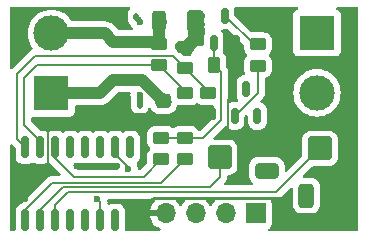
<source format=gtl>
G04 #@! TF.GenerationSoftware,KiCad,Pcbnew,7.0.11+dfsg-1build4*
G04 #@! TF.CreationDate,2025-07-05T19:07:05+02:00*
G04 #@! TF.ProjectId,25487,32353438-372e-46b6-9963-61645f706362,rev?*
G04 #@! TF.SameCoordinates,Original*
G04 #@! TF.FileFunction,Copper,L1,Top*
G04 #@! TF.FilePolarity,Positive*
%FSLAX46Y46*%
G04 Gerber Fmt 4.6, Leading zero omitted, Abs format (unit mm)*
G04 Created by KiCad (PCBNEW 7.0.11+dfsg-1build4) date 2025-07-05 19:07:05*
%MOMM*%
%LPD*%
G01*
G04 APERTURE LIST*
G04 Aperture macros list*
%AMRoundRect*
0 Rectangle with rounded corners*
0 $1 Rounding radius*
0 $2 $3 $4 $5 $6 $7 $8 $9 X,Y pos of 4 corners*
0 Add a 4 corners polygon primitive as box body*
4,1,4,$2,$3,$4,$5,$6,$7,$8,$9,$2,$3,0*
0 Add four circle primitives for the rounded corners*
1,1,$1+$1,$2,$3*
1,1,$1+$1,$4,$5*
1,1,$1+$1,$6,$7*
1,1,$1+$1,$8,$9*
0 Add four rect primitives between the rounded corners*
20,1,$1+$1,$2,$3,$4,$5,0*
20,1,$1+$1,$4,$5,$6,$7,0*
20,1,$1+$1,$6,$7,$8,$9,0*
20,1,$1+$1,$8,$9,$2,$3,0*%
G04 Aperture macros list end*
G04 #@! TA.AperFunction,SMDPad,CuDef*
%ADD10RoundRect,0.250000X-0.750000X0.400000X-0.750000X-0.400000X0.750000X-0.400000X0.750000X0.400000X0*%
G04 #@! TD*
G04 #@! TA.AperFunction,SMDPad,CuDef*
%ADD11RoundRect,0.250000X-0.750000X0.750000X-0.750000X-0.750000X0.750000X-0.750000X0.750000X0.750000X0*%
G04 #@! TD*
G04 #@! TA.AperFunction,ComponentPad*
%ADD12R,1.700000X1.700000*%
G04 #@! TD*
G04 #@! TA.AperFunction,ComponentPad*
%ADD13O,1.700000X1.700000*%
G04 #@! TD*
G04 #@! TA.AperFunction,SMDPad,CuDef*
%ADD14RoundRect,0.250000X-0.450000X0.262500X-0.450000X-0.262500X0.450000X-0.262500X0.450000X0.262500X0*%
G04 #@! TD*
G04 #@! TA.AperFunction,SMDPad,CuDef*
%ADD15RoundRect,0.150000X0.150000X-0.512500X0.150000X0.512500X-0.150000X0.512500X-0.150000X-0.512500X0*%
G04 #@! TD*
G04 #@! TA.AperFunction,SMDPad,CuDef*
%ADD16RoundRect,0.250000X0.450000X-0.262500X0.450000X0.262500X-0.450000X0.262500X-0.450000X-0.262500X0*%
G04 #@! TD*
G04 #@! TA.AperFunction,SMDPad,CuDef*
%ADD17RoundRect,0.112500X0.112500X-0.187500X0.112500X0.187500X-0.112500X0.187500X-0.112500X-0.187500X0*%
G04 #@! TD*
G04 #@! TA.AperFunction,SMDPad,CuDef*
%ADD18RoundRect,0.112500X-0.112500X0.187500X-0.112500X-0.187500X0.112500X-0.187500X0.112500X0.187500X0*%
G04 #@! TD*
G04 #@! TA.AperFunction,SMDPad,CuDef*
%ADD19RoundRect,0.250000X0.400000X0.750000X-0.400000X0.750000X-0.400000X-0.750000X0.400000X-0.750000X0*%
G04 #@! TD*
G04 #@! TA.AperFunction,SMDPad,CuDef*
%ADD20RoundRect,0.250000X0.750000X0.750000X-0.750000X0.750000X-0.750000X-0.750000X0.750000X-0.750000X0*%
G04 #@! TD*
G04 #@! TA.AperFunction,ComponentPad*
%ADD21R,3.000000X3.000000*%
G04 #@! TD*
G04 #@! TA.AperFunction,ComponentPad*
%ADD22C,3.000000*%
G04 #@! TD*
G04 #@! TA.AperFunction,SMDPad,CuDef*
%ADD23RoundRect,0.250000X-0.312500X-0.625000X0.312500X-0.625000X0.312500X0.625000X-0.312500X0.625000X0*%
G04 #@! TD*
G04 #@! TA.AperFunction,SMDPad,CuDef*
%ADD24RoundRect,0.162500X0.162500X-0.750000X0.162500X0.750000X-0.162500X0.750000X-0.162500X-0.750000X0*%
G04 #@! TD*
G04 #@! TA.AperFunction,SMDPad,CuDef*
%ADD25RoundRect,0.250000X-0.262500X-0.450000X0.262500X-0.450000X0.262500X0.450000X-0.262500X0.450000X0*%
G04 #@! TD*
G04 #@! TA.AperFunction,ViaPad*
%ADD26C,0.600000*%
G04 #@! TD*
G04 #@! TA.AperFunction,Conductor*
%ADD27C,0.200000*%
G04 #@! TD*
G04 #@! TA.AperFunction,Conductor*
%ADD28C,0.500000*%
G04 #@! TD*
G04 #@! TA.AperFunction,Conductor*
%ADD29C,0.250000*%
G04 #@! TD*
G04 #@! TA.AperFunction,Conductor*
%ADD30C,1.000000*%
G04 #@! TD*
G04 APERTURE END LIST*
D10*
X122250000Y-112100000D03*
D11*
X118250000Y-113250000D03*
D10*
X122250000Y-114400000D03*
D12*
X121300000Y-118000000D03*
D13*
X118760000Y-118000000D03*
X116220000Y-118000000D03*
X113680000Y-118000000D03*
D14*
X115300000Y-107837500D03*
X115300000Y-109662500D03*
D15*
X119550000Y-109737500D03*
X121450000Y-109737500D03*
X120500000Y-107462500D03*
D16*
X113300000Y-113412500D03*
X113300000Y-111587500D03*
D15*
X117750000Y-103537500D03*
X119650000Y-103537500D03*
X118700000Y-101262500D03*
D17*
X111500000Y-108800000D03*
X111500000Y-106700000D03*
D18*
X111200000Y-101350000D03*
X111200000Y-103450000D03*
D14*
X117300000Y-107787500D03*
X117300000Y-109612500D03*
D19*
X127900000Y-116500000D03*
D20*
X126750000Y-112500000D03*
D19*
X125600000Y-116500000D03*
D21*
X104000000Y-107830000D03*
D22*
X104000000Y-102750000D03*
D16*
X115300000Y-113412500D03*
X115300000Y-111587500D03*
D23*
X113137500Y-101700000D03*
X116062500Y-101700000D03*
D24*
X101805000Y-118587500D03*
X103075000Y-118587500D03*
X104345000Y-118587500D03*
X105615000Y-118587500D03*
X106885000Y-118587500D03*
X108155000Y-118587500D03*
X109425000Y-118587500D03*
X110695000Y-118587500D03*
X110695000Y-112412500D03*
X109425000Y-112412500D03*
X108155000Y-112412500D03*
X106885000Y-112412500D03*
X105615000Y-112412500D03*
X104345000Y-112412500D03*
X103075000Y-112412500D03*
X101805000Y-112412500D03*
D18*
X109250000Y-106700000D03*
X109250000Y-108800000D03*
D14*
X115362500Y-103887500D03*
X115362500Y-105712500D03*
D21*
X126500000Y-102710000D03*
D22*
X126500000Y-107790000D03*
D25*
X117787500Y-105400000D03*
X119612500Y-105400000D03*
D16*
X121500000Y-105512500D03*
X121500000Y-103687500D03*
D14*
X113112500Y-103637500D03*
X113112500Y-105462500D03*
D17*
X109250000Y-103450000D03*
X109250000Y-101350000D03*
D26*
X120000000Y-112600000D03*
X127750000Y-115250000D03*
X106500000Y-110100000D03*
X111750000Y-112250000D03*
X123600000Y-112500000D03*
X128750000Y-103000000D03*
X128750000Y-103750000D03*
X107200000Y-110100000D03*
X107200000Y-110800000D03*
X129500000Y-103750000D03*
X122900000Y-104575000D03*
X120250000Y-104575000D03*
X110250000Y-101750000D03*
X127750000Y-114500000D03*
X128500000Y-115250000D03*
X103700000Y-114200000D03*
X106200000Y-114000000D03*
X101750000Y-116750000D03*
X128500000Y-114500000D03*
X106500000Y-110800000D03*
X129500000Y-103000000D03*
X109600000Y-114000000D03*
X111500000Y-101750000D03*
X121450000Y-110100000D03*
X111500000Y-108000000D03*
X108100000Y-119150000D03*
X107900000Y-116800000D03*
X113800000Y-108800000D03*
X113799997Y-108200000D03*
X113200000Y-108200000D03*
X113200000Y-108800000D03*
X110695000Y-112412500D03*
X110511291Y-114203178D03*
X120487500Y-107737500D03*
X116700000Y-103500000D03*
X116700000Y-101250000D03*
X116700000Y-102000000D03*
X116700000Y-102750000D03*
X122203611Y-114660000D03*
X125500000Y-116587500D03*
X105615000Y-112412500D03*
D27*
X112100000Y-117200000D02*
X112082500Y-117200000D01*
X110200000Y-109400000D02*
X110400000Y-109600000D01*
X111750000Y-112250000D02*
X111900000Y-112400000D01*
X119275000Y-108075000D02*
X119325000Y-107750000D01*
X103890000Y-110800000D02*
X103720000Y-110970000D01*
X103720000Y-114220000D02*
X103700000Y-114200000D01*
X103720000Y-114780000D02*
X103720000Y-114220000D01*
D28*
X109600000Y-114000000D02*
X106200000Y-114000000D01*
D29*
X123600000Y-116700000D02*
X112600000Y-116700000D01*
D27*
X119325000Y-107750000D02*
X118950000Y-108400000D01*
X101750000Y-116750000D02*
X103720000Y-114780000D01*
X103720000Y-114180000D02*
X103700000Y-114200000D01*
D28*
X110250000Y-101750000D02*
X110000000Y-101750000D01*
D27*
X123700000Y-116800000D02*
X123600000Y-116700000D01*
X103720000Y-110970000D02*
X103720000Y-114180000D01*
X112600000Y-116700000D02*
X112100000Y-117200000D01*
X110400000Y-109600000D02*
X110600000Y-109600000D01*
X112082500Y-117200000D02*
X110695000Y-118587500D01*
X118950000Y-108400000D02*
X118950000Y-111125000D01*
X106500000Y-110800000D02*
X103890000Y-110800000D01*
X110600000Y-109600000D02*
X112800000Y-109600000D01*
D28*
X111500000Y-108000000D02*
X111500000Y-108800000D01*
X111500000Y-101750000D02*
X111300000Y-101550000D01*
D27*
X108155000Y-118587500D02*
X108155000Y-117055000D01*
X108155000Y-117055000D02*
X107900000Y-116800000D01*
D30*
X108550000Y-102750000D02*
X109250000Y-103450000D01*
X113112500Y-101975000D02*
X113287500Y-101800000D01*
X112925000Y-103450000D02*
X113112500Y-103637500D01*
X109250000Y-103450000D02*
X112925000Y-103450000D01*
X104000000Y-102750000D02*
X108550000Y-102750000D01*
X113112500Y-103637500D02*
X113112500Y-101975000D01*
X109250000Y-106700000D02*
X111500000Y-106700000D01*
X111700000Y-106700000D02*
X111500000Y-106700000D01*
X108120000Y-107830000D02*
X109250000Y-106700000D01*
X104000000Y-107830000D02*
X108120000Y-107830000D01*
X113200000Y-108200000D02*
X111700000Y-106700000D01*
D27*
X109425000Y-112976471D02*
X109425000Y-112412500D01*
X110511291Y-114203178D02*
X110511291Y-114062762D01*
X110511291Y-114062762D02*
X109425000Y-112976471D01*
X101805000Y-118587500D02*
X101805000Y-117675001D01*
X101805000Y-117675001D02*
X104080001Y-115400000D01*
X104080001Y-115400000D02*
X112475000Y-115400000D01*
X112475000Y-115400000D02*
X113312500Y-115400000D01*
X113312500Y-115400000D02*
X115300000Y-113412500D01*
X104345000Y-112412500D02*
X104345000Y-113324999D01*
X105920001Y-114900000D02*
X111812500Y-114900000D01*
X104345000Y-113324999D02*
X105920001Y-114900000D01*
X111812500Y-114900000D02*
X113300000Y-113412500D01*
X120500000Y-107462500D02*
X120500000Y-107725000D01*
X120500000Y-107725000D02*
X120487500Y-107737500D01*
X102767500Y-105462500D02*
X101700000Y-106530000D01*
X101700000Y-106530000D02*
X101700000Y-110500000D01*
X103075000Y-111875000D02*
X103075000Y-112412500D01*
X115300000Y-107837500D02*
X115300000Y-107650000D01*
X115300000Y-107650000D02*
X113112500Y-105462500D01*
X101700000Y-110500000D02*
X103075000Y-111875000D01*
X113112500Y-105462500D02*
X102767500Y-105462500D01*
X101100000Y-106200000D02*
X101100000Y-111707500D01*
X114300000Y-104650000D02*
X102650000Y-104650000D01*
X102650000Y-104650000D02*
X101100000Y-106200000D01*
X117300000Y-107650000D02*
X115362500Y-105712500D01*
X101100000Y-111707500D02*
X101805000Y-112412500D01*
X115362500Y-105712500D02*
X114300000Y-104650000D01*
X117300000Y-107787500D02*
X117300000Y-107650000D01*
X121500000Y-107787500D02*
X119550000Y-109737500D01*
X121500000Y-105512500D02*
X121500000Y-107787500D01*
X121500000Y-103687500D02*
X121125000Y-103687500D01*
X121125000Y-103687500D02*
X118700000Y-101262500D01*
X116862500Y-111587500D02*
X115300000Y-111587500D01*
X118375000Y-105987500D02*
X118375000Y-110075000D01*
X117787500Y-105400000D02*
X118375000Y-105987500D01*
X117750000Y-103537500D02*
X117750000Y-105362500D01*
X113350000Y-111587500D02*
X113300000Y-111637500D01*
X117750000Y-105362500D02*
X117787500Y-105400000D01*
X115300000Y-111587500D02*
X113350000Y-111587500D01*
X118375000Y-110075000D02*
X116862500Y-111587500D01*
X122203611Y-114660000D02*
X122203611Y-114446389D01*
X122203611Y-114446389D02*
X122250000Y-114400000D01*
X125600000Y-116500000D02*
X125587500Y-116500000D01*
X125587500Y-116500000D02*
X125500000Y-116587500D01*
X117400000Y-115800000D02*
X104950001Y-115800000D01*
X103075000Y-117675001D02*
X103075000Y-118587500D01*
X104950001Y-115800000D02*
X103075000Y-117675001D01*
X118250000Y-114950000D02*
X117400000Y-115800000D01*
X118250000Y-113250000D02*
X118250000Y-114950000D01*
X126750000Y-112500000D02*
X123050000Y-116200000D01*
X123050000Y-116200000D02*
X105451471Y-116200000D01*
X105451471Y-116200000D02*
X104345000Y-117306471D01*
X104345000Y-117306471D02*
X104345000Y-118587500D01*
X105600000Y-118572500D02*
X105615000Y-118587500D01*
G04 #@! TA.AperFunction,Conductor*
G36*
X116763321Y-100819685D02*
G01*
X116809076Y-100872489D01*
X116812464Y-100880668D01*
X116817107Y-100893116D01*
X116817110Y-100893124D01*
X116850591Y-100954440D01*
X116922866Y-101050987D01*
X116928592Y-101059325D01*
X116960034Y-101109364D01*
X116972082Y-101134382D01*
X116981887Y-101162404D01*
X116984809Y-101170753D01*
X116990987Y-101197821D01*
X116992707Y-101213080D01*
X116995302Y-101236114D01*
X116995302Y-101263876D01*
X116990986Y-101302176D01*
X116984809Y-101329243D01*
X116954079Y-101417068D01*
X116946184Y-101441620D01*
X116942611Y-101453787D01*
X116935990Y-101478668D01*
X116922799Y-101621949D01*
X116926362Y-101691727D01*
X116954071Y-101832910D01*
X116954072Y-101832912D01*
X116984808Y-101920753D01*
X116990986Y-101947821D01*
X116995301Y-101986115D01*
X116995301Y-102013882D01*
X116989877Y-102062026D01*
X116985548Y-102083369D01*
X116983729Y-102089507D01*
X116983722Y-102089531D01*
X116978025Y-102112842D01*
X116978023Y-102112851D01*
X116968719Y-102160906D01*
X116968718Y-102160922D01*
X116968718Y-102304794D01*
X116972644Y-102332094D01*
X116978663Y-102373955D01*
X116994977Y-102429517D01*
X117000000Y-102464449D01*
X117000000Y-102740950D01*
X116995076Y-102775545D01*
X116952402Y-102922426D01*
X116952401Y-102922432D01*
X116949500Y-102959298D01*
X116949500Y-103668571D01*
X116929815Y-103735610D01*
X116877011Y-103781365D01*
X116821708Y-103792513D01*
X116776445Y-103791127D01*
X116756386Y-103790514D01*
X116756385Y-103790514D01*
X116756377Y-103790514D01*
X116706047Y-103796185D01*
X116685096Y-103796763D01*
X116657849Y-103795207D01*
X116657835Y-103795206D01*
X116630686Y-103795155D01*
X116630534Y-103795155D01*
X116630533Y-103795155D01*
X116630531Y-103795155D01*
X116630530Y-103795155D01*
X116574868Y-103798122D01*
X116574860Y-103798124D01*
X116435497Y-103833893D01*
X116370988Y-103860715D01*
X116370981Y-103860718D01*
X116247349Y-103934294D01*
X116247348Y-103934295D01*
X116149454Y-104039720D01*
X116109676Y-104097171D01*
X116109668Y-104097184D01*
X116045443Y-104225917D01*
X116040612Y-104240495D01*
X116028448Y-104266579D01*
X116013596Y-104290659D01*
X115995738Y-104313244D01*
X115954115Y-104354867D01*
X115954098Y-104354886D01*
X115886306Y-104439009D01*
X115886302Y-104439014D01*
X115857795Y-104483371D01*
X115808674Y-104581504D01*
X115761064Y-104632641D01*
X115697790Y-104650000D01*
X115200597Y-104650000D01*
X115133558Y-104630315D01*
X115112916Y-104613681D01*
X114758199Y-104258964D01*
X114747504Y-104246769D01*
X114741557Y-104239019D01*
X114728282Y-104221718D01*
X114602841Y-104125464D01*
X114602840Y-104125463D01*
X114576546Y-104114572D01*
X114522143Y-104070730D01*
X114500079Y-104004436D01*
X114500000Y-104000011D01*
X114500000Y-103654353D01*
X114519685Y-103587314D01*
X114572489Y-103541559D01*
X114580659Y-103538173D01*
X114605192Y-103529024D01*
X114660025Y-103499083D01*
X114661125Y-103498565D01*
X114666473Y-103495562D01*
X114666515Y-103495540D01*
X114666520Y-103495538D01*
X114712693Y-103460972D01*
X114721903Y-103454703D01*
X114731216Y-103448958D01*
X114795919Y-103409049D01*
X114822002Y-103396886D01*
X114853266Y-103386526D01*
X114879698Y-103380872D01*
X114880728Y-103380767D01*
X114882000Y-103380638D01*
X114894562Y-103380000D01*
X114984983Y-103380000D01*
X114984984Y-103380000D01*
X114984985Y-103379999D01*
X114985000Y-103379999D01*
X115056591Y-103372636D01*
X115087854Y-103369421D01*
X115137267Y-103359150D01*
X115235839Y-103327856D01*
X115358298Y-103252322D01*
X115411940Y-103207552D01*
X115508153Y-103100584D01*
X115570337Y-102970835D01*
X115589850Y-102908663D01*
X115590588Y-102906593D01*
X115591262Y-102904167D01*
X115604401Y-102823422D01*
X115614371Y-102762154D01*
X115596535Y-102619384D01*
X115578095Y-102551992D01*
X115534059Y-102450643D01*
X115530088Y-102440247D01*
X115526531Y-102429513D01*
X115511527Y-102384234D01*
X115505873Y-102357806D01*
X115505639Y-102355510D01*
X115505000Y-102342937D01*
X115505000Y-101057054D01*
X115505638Y-101044491D01*
X115505872Y-101042194D01*
X115511528Y-101015759D01*
X115521885Y-100984506D01*
X115534055Y-100958410D01*
X115536181Y-100954963D01*
X115536183Y-100954960D01*
X115577227Y-100870040D01*
X115624124Y-100818247D01*
X115688871Y-100800000D01*
X116696282Y-100800000D01*
X116763321Y-100819685D01*
G37*
G04 #@! TD.AperFunction*
G04 #@! TA.AperFunction,Conductor*
G36*
X100705703Y-112162884D02*
G01*
X100712181Y-112168916D01*
X100943181Y-112399916D01*
X100976666Y-112461239D01*
X100979500Y-112487597D01*
X100979500Y-113216098D01*
X100985568Y-113282882D01*
X100985571Y-113282893D01*
X101033467Y-113436598D01*
X101116766Y-113574391D01*
X101230608Y-113688233D01*
X101230610Y-113688234D01*
X101230612Y-113688236D01*
X101368398Y-113771531D01*
X101522113Y-113819430D01*
X101588909Y-113825500D01*
X102021090Y-113825499D01*
X102021098Y-113825499D01*
X102087882Y-113819431D01*
X102087885Y-113819430D01*
X102087887Y-113819430D01*
X102241602Y-113771531D01*
X102375852Y-113690373D01*
X102443404Y-113672538D01*
X102504147Y-113690373D01*
X102638398Y-113771531D01*
X102792113Y-113819430D01*
X102858909Y-113825500D01*
X103291090Y-113825499D01*
X103291098Y-113825499D01*
X103357882Y-113819431D01*
X103357885Y-113819430D01*
X103357887Y-113819430D01*
X103511602Y-113771531D01*
X103645852Y-113690373D01*
X103713404Y-113672538D01*
X103774147Y-113690373D01*
X103908398Y-113771531D01*
X103928462Y-113777783D01*
X103979253Y-113808487D01*
X104758585Y-114587819D01*
X104792070Y-114649142D01*
X104787086Y-114718834D01*
X104745214Y-114774767D01*
X104679750Y-114799184D01*
X104670904Y-114799500D01*
X104127488Y-114799500D01*
X104111303Y-114798439D01*
X104080001Y-114794318D01*
X104040640Y-114799500D01*
X103923240Y-114814955D01*
X103923238Y-114814956D01*
X103777161Y-114875463D01*
X103651715Y-114971721D01*
X103632496Y-114996769D01*
X103621801Y-115008964D01*
X101439252Y-117191512D01*
X101388463Y-117222216D01*
X101368400Y-117228468D01*
X101230608Y-117311766D01*
X101116766Y-117425608D01*
X101033469Y-117563397D01*
X100985569Y-117717116D01*
X100979500Y-117783911D01*
X100979501Y-119375500D01*
X100959816Y-119442539D01*
X100907013Y-119488294D01*
X100855501Y-119499500D01*
X100624500Y-119499500D01*
X100557461Y-119479815D01*
X100511706Y-119427011D01*
X100500500Y-119375500D01*
X100500500Y-112256597D01*
X100520185Y-112189558D01*
X100572989Y-112143803D01*
X100642147Y-112133859D01*
X100705703Y-112162884D01*
G37*
G04 #@! TD.AperFunction*
G04 #@! TA.AperFunction,Conductor*
G36*
X112737989Y-116820185D02*
G01*
X112783744Y-116872989D01*
X112793688Y-116942147D01*
X112764663Y-117005703D01*
X112758631Y-117012181D01*
X112641891Y-117128920D01*
X112641886Y-117128926D01*
X112506400Y-117322420D01*
X112506399Y-117322422D01*
X112406570Y-117536507D01*
X112406567Y-117536513D01*
X112349364Y-117749999D01*
X112349364Y-117750000D01*
X113246314Y-117750000D01*
X113220507Y-117790156D01*
X113180000Y-117928111D01*
X113180000Y-118071889D01*
X113220507Y-118209844D01*
X113246314Y-118250000D01*
X112349364Y-118250000D01*
X112406567Y-118463486D01*
X112406570Y-118463492D01*
X112506399Y-118677578D01*
X112641894Y-118871082D01*
X112808917Y-119038105D01*
X113002421Y-119173600D01*
X113194393Y-119263118D01*
X113246832Y-119309290D01*
X113265984Y-119376484D01*
X113245768Y-119443365D01*
X113192603Y-119488700D01*
X113141988Y-119499500D01*
X110374500Y-119499500D01*
X110307461Y-119479815D01*
X110261706Y-119427011D01*
X110250500Y-119375500D01*
X110250499Y-117783901D01*
X110244431Y-117717117D01*
X110244428Y-117717106D01*
X110196532Y-117563401D01*
X110196531Y-117563400D01*
X110196531Y-117563398D01*
X110113236Y-117425612D01*
X110113234Y-117425610D01*
X110113233Y-117425608D01*
X109999391Y-117311766D01*
X109995849Y-117309625D01*
X109861602Y-117228469D01*
X109707887Y-117180570D01*
X109707885Y-117180569D01*
X109707883Y-117180569D01*
X109661117Y-117176319D01*
X109641091Y-117174500D01*
X109641088Y-117174500D01*
X109208901Y-117174500D01*
X109142117Y-117180568D01*
X109142106Y-117180571D01*
X108988400Y-117228467D01*
X108988396Y-117228469D01*
X108943649Y-117255520D01*
X108876094Y-117273356D01*
X108809621Y-117251838D01*
X108765333Y-117197797D01*
X108755500Y-117149403D01*
X108755500Y-117102487D01*
X108756561Y-117086301D01*
X108757479Y-117079327D01*
X108760682Y-117055000D01*
X108745632Y-116940684D01*
X108756397Y-116871650D01*
X108802777Y-116819394D01*
X108868571Y-116800500D01*
X112670950Y-116800500D01*
X112737989Y-116820185D01*
G37*
G04 #@! TD.AperFunction*
G04 #@! TA.AperFunction,Conductor*
G36*
X124849802Y-100520185D02*
G01*
X124895557Y-100572989D01*
X124905501Y-100642147D01*
X124876476Y-100705703D01*
X124826096Y-100740682D01*
X124757671Y-100766202D01*
X124757664Y-100766206D01*
X124642455Y-100852452D01*
X124642452Y-100852455D01*
X124556206Y-100967664D01*
X124556202Y-100967671D01*
X124505908Y-101102517D01*
X124499501Y-101162116D01*
X124499501Y-101162123D01*
X124499500Y-101162135D01*
X124499500Y-104257870D01*
X124499501Y-104257876D01*
X124505908Y-104317483D01*
X124556202Y-104452328D01*
X124556206Y-104452335D01*
X124642452Y-104567544D01*
X124642455Y-104567547D01*
X124757664Y-104653793D01*
X124757671Y-104653797D01*
X124892517Y-104704091D01*
X124892516Y-104704091D01*
X124899444Y-104704835D01*
X124952127Y-104710500D01*
X128047872Y-104710499D01*
X128107483Y-104704091D01*
X128242331Y-104653796D01*
X128357546Y-104567546D01*
X128443796Y-104452331D01*
X128494091Y-104317483D01*
X128500500Y-104257873D01*
X128500499Y-101162128D01*
X128494091Y-101102517D01*
X128493374Y-101100595D01*
X128443797Y-100967671D01*
X128443793Y-100967664D01*
X128357547Y-100852455D01*
X128357544Y-100852452D01*
X128242335Y-100766206D01*
X128242328Y-100766202D01*
X128173904Y-100740682D01*
X128117970Y-100698811D01*
X128093553Y-100633347D01*
X128108405Y-100565074D01*
X128157810Y-100515668D01*
X128217237Y-100500500D01*
X129875500Y-100500500D01*
X129942539Y-100520185D01*
X129988294Y-100572989D01*
X129999500Y-100624500D01*
X129999500Y-119375500D01*
X129979815Y-119442539D01*
X129927011Y-119488294D01*
X129875500Y-119499500D01*
X122490103Y-119499500D01*
X122423064Y-119479815D01*
X122377309Y-119427011D01*
X122367365Y-119357853D01*
X122396390Y-119294297D01*
X122415792Y-119276234D01*
X122475240Y-119231730D01*
X122507546Y-119207546D01*
X122593796Y-119092331D01*
X122644091Y-118957483D01*
X122650500Y-118897873D01*
X122650499Y-117102128D01*
X122644091Y-117042517D01*
X122632776Y-117012181D01*
X122616236Y-116967833D01*
X122611252Y-116898141D01*
X122644737Y-116836818D01*
X122706061Y-116803334D01*
X122732418Y-116800500D01*
X123002513Y-116800500D01*
X123018697Y-116801560D01*
X123050000Y-116805682D01*
X123050001Y-116805682D01*
X123102254Y-116798802D01*
X123206762Y-116785044D01*
X123352841Y-116724536D01*
X123430512Y-116664937D01*
X123478282Y-116628282D01*
X123497509Y-116603223D01*
X123508190Y-116591043D01*
X124237821Y-115861412D01*
X124299142Y-115827929D01*
X124368834Y-115832913D01*
X124424767Y-115874785D01*
X124449184Y-115940249D01*
X124449500Y-115949095D01*
X124449500Y-117300001D01*
X124449501Y-117300018D01*
X124460000Y-117402796D01*
X124460001Y-117402799D01*
X124467561Y-117425612D01*
X124515186Y-117569334D01*
X124607288Y-117718656D01*
X124731344Y-117842712D01*
X124880666Y-117934814D01*
X125047203Y-117989999D01*
X125149991Y-118000500D01*
X126050008Y-118000499D01*
X126050016Y-118000498D01*
X126050019Y-118000498D01*
X126106302Y-117994748D01*
X126152797Y-117989999D01*
X126319334Y-117934814D01*
X126468656Y-117842712D01*
X126592712Y-117718656D01*
X126684814Y-117569334D01*
X126739999Y-117402797D01*
X126750500Y-117300009D01*
X126750499Y-115699992D01*
X126739999Y-115597203D01*
X126684814Y-115430666D01*
X126592712Y-115281344D01*
X126468656Y-115157288D01*
X126319334Y-115065186D01*
X126152797Y-115010001D01*
X126152795Y-115010000D01*
X126050016Y-114999500D01*
X125399095Y-114999500D01*
X125332056Y-114979815D01*
X125286301Y-114927011D01*
X125276357Y-114857853D01*
X125305382Y-114794297D01*
X125311400Y-114787833D01*
X126062416Y-114036818D01*
X126123739Y-114003333D01*
X126150097Y-114000499D01*
X127550002Y-114000499D01*
X127550008Y-114000499D01*
X127652797Y-113989999D01*
X127819334Y-113934814D01*
X127968656Y-113842712D01*
X128092712Y-113718656D01*
X128184814Y-113569334D01*
X128239999Y-113402797D01*
X128250500Y-113300009D01*
X128250499Y-111699992D01*
X128248151Y-111677011D01*
X128239999Y-111597203D01*
X128239998Y-111597200D01*
X128184814Y-111430666D01*
X128092712Y-111281344D01*
X127968656Y-111157288D01*
X127819334Y-111065186D01*
X127652797Y-111010001D01*
X127652795Y-111010000D01*
X127550010Y-110999500D01*
X125949998Y-110999500D01*
X125949981Y-110999501D01*
X125847203Y-111010000D01*
X125847200Y-111010001D01*
X125680668Y-111065185D01*
X125680663Y-111065187D01*
X125531342Y-111157289D01*
X125407289Y-111281342D01*
X125315187Y-111430663D01*
X125315186Y-111430666D01*
X125260001Y-111597203D01*
X125260001Y-111597204D01*
X125260000Y-111597204D01*
X125249500Y-111699983D01*
X125249500Y-113099902D01*
X125229815Y-113166941D01*
X125213181Y-113187583D01*
X123962180Y-114438584D01*
X123900857Y-114472069D01*
X123831165Y-114467085D01*
X123775232Y-114425213D01*
X123750815Y-114359749D01*
X123750499Y-114350903D01*
X123750499Y-113949998D01*
X123750498Y-113949981D01*
X123739999Y-113847203D01*
X123739998Y-113847200D01*
X123727170Y-113808487D01*
X123684814Y-113680666D01*
X123592712Y-113531344D01*
X123468656Y-113407288D01*
X123319334Y-113315186D01*
X123152797Y-113260001D01*
X123152795Y-113260000D01*
X123050010Y-113249500D01*
X121449998Y-113249500D01*
X121449981Y-113249501D01*
X121347203Y-113260000D01*
X121347200Y-113260001D01*
X121180668Y-113315185D01*
X121180663Y-113315187D01*
X121031342Y-113407289D01*
X120907289Y-113531342D01*
X120815187Y-113680663D01*
X120815185Y-113680668D01*
X120800492Y-113725008D01*
X120760001Y-113847203D01*
X120760001Y-113847204D01*
X120760000Y-113847204D01*
X120749500Y-113949983D01*
X120749500Y-114850001D01*
X120749501Y-114850019D01*
X120760000Y-114952796D01*
X120760001Y-114952799D01*
X120794813Y-115057853D01*
X120815186Y-115119334D01*
X120897533Y-115252841D01*
X120907289Y-115268657D01*
X121026451Y-115387819D01*
X121059936Y-115449142D01*
X121054952Y-115518834D01*
X121013080Y-115574767D01*
X120947616Y-115599184D01*
X120938770Y-115599500D01*
X118755277Y-115599500D01*
X118688238Y-115579815D01*
X118642483Y-115527011D01*
X118632539Y-115457853D01*
X118661564Y-115394297D01*
X118673722Y-115382841D01*
X118678282Y-115378282D01*
X118774535Y-115252842D01*
X118774534Y-115252842D01*
X118774536Y-115252841D01*
X118835044Y-115106762D01*
X118841627Y-115056762D01*
X118855683Y-114950000D01*
X118852656Y-114927011D01*
X118851561Y-114918689D01*
X118850500Y-114902504D01*
X118850500Y-114874499D01*
X118870185Y-114807460D01*
X118922989Y-114761705D01*
X118974500Y-114750499D01*
X119050002Y-114750499D01*
X119050008Y-114750499D01*
X119152797Y-114739999D01*
X119319334Y-114684814D01*
X119468656Y-114592712D01*
X119592712Y-114468656D01*
X119684814Y-114319334D01*
X119739999Y-114152797D01*
X119750500Y-114050009D01*
X119750499Y-112449992D01*
X119739999Y-112347203D01*
X119684814Y-112180666D01*
X119592712Y-112031344D01*
X119468656Y-111907288D01*
X119319334Y-111815186D01*
X119152797Y-111760001D01*
X119152795Y-111760000D01*
X119050016Y-111749500D01*
X119050009Y-111749500D01*
X117849096Y-111749500D01*
X117782057Y-111729815D01*
X117736302Y-111677011D01*
X117726358Y-111607853D01*
X117755383Y-111544297D01*
X117761415Y-111537819D01*
X118164609Y-111134625D01*
X118681719Y-110617514D01*
X118743040Y-110584031D01*
X118812731Y-110589015D01*
X118868665Y-110630887D01*
X118876131Y-110642078D01*
X118881916Y-110651861D01*
X118881923Y-110651870D01*
X118998129Y-110768076D01*
X118998133Y-110768079D01*
X118998135Y-110768081D01*
X119139602Y-110851744D01*
X119155435Y-110856344D01*
X119297426Y-110897597D01*
X119297429Y-110897597D01*
X119297431Y-110897598D01*
X119334306Y-110900500D01*
X119334314Y-110900500D01*
X119765686Y-110900500D01*
X119765694Y-110900500D01*
X119802569Y-110897598D01*
X119802571Y-110897597D01*
X119802573Y-110897597D01*
X119844191Y-110885505D01*
X119960398Y-110851744D01*
X120101865Y-110768081D01*
X120218081Y-110651865D01*
X120301744Y-110510398D01*
X120347598Y-110352569D01*
X120350500Y-110315694D01*
X120350500Y-109837597D01*
X120370185Y-109770558D01*
X120386819Y-109749916D01*
X120437819Y-109698916D01*
X120499142Y-109665431D01*
X120568834Y-109670415D01*
X120624767Y-109712287D01*
X120649184Y-109777751D01*
X120649500Y-109786597D01*
X120649500Y-110048085D01*
X120648720Y-110061969D01*
X120644435Y-110099998D01*
X120644435Y-110100001D01*
X120648720Y-110138029D01*
X120649500Y-110151914D01*
X120649500Y-110315701D01*
X120652401Y-110352567D01*
X120652402Y-110352573D01*
X120698254Y-110510393D01*
X120698255Y-110510396D01*
X120781917Y-110651862D01*
X120781923Y-110651870D01*
X120898129Y-110768076D01*
X120898133Y-110768079D01*
X120898135Y-110768081D01*
X121039602Y-110851744D01*
X121055435Y-110856344D01*
X121197426Y-110897597D01*
X121197429Y-110897597D01*
X121197431Y-110897598D01*
X121234306Y-110900500D01*
X121398085Y-110900500D01*
X121411969Y-110901280D01*
X121449998Y-110905565D01*
X121450000Y-110905565D01*
X121450002Y-110905565D01*
X121488031Y-110901280D01*
X121501915Y-110900500D01*
X121665686Y-110900500D01*
X121665694Y-110900500D01*
X121702569Y-110897598D01*
X121702571Y-110897597D01*
X121702573Y-110897597D01*
X121744191Y-110885505D01*
X121860398Y-110851744D01*
X122001865Y-110768081D01*
X122118081Y-110651865D01*
X122201744Y-110510398D01*
X122247598Y-110352569D01*
X122250500Y-110315694D01*
X122250500Y-110151914D01*
X122251280Y-110138029D01*
X122255565Y-110100001D01*
X122255565Y-110099998D01*
X122251280Y-110061969D01*
X122250500Y-110048085D01*
X122250500Y-109159313D01*
X122250499Y-109159298D01*
X122247598Y-109122432D01*
X122247597Y-109122426D01*
X122206001Y-108979255D01*
X122201744Y-108964602D01*
X122118081Y-108823135D01*
X122118079Y-108823133D01*
X122118076Y-108823129D01*
X122001870Y-108706923D01*
X122001862Y-108706917D01*
X121889639Y-108640549D01*
X121860398Y-108623256D01*
X121860397Y-108623255D01*
X121860396Y-108623255D01*
X121860395Y-108623254D01*
X121792924Y-108603652D01*
X121734039Y-108566045D01*
X121704833Y-108502573D01*
X121714579Y-108433386D01*
X121739835Y-108396899D01*
X121891045Y-108245689D01*
X121903230Y-108235003D01*
X121928282Y-108215782D01*
X121963271Y-108170184D01*
X122024536Y-108090341D01*
X122085044Y-107944262D01*
X122105353Y-107790001D01*
X124494390Y-107790001D01*
X124514804Y-108075433D01*
X124575628Y-108355037D01*
X124575630Y-108355043D01*
X124575631Y-108355046D01*
X124670501Y-108609401D01*
X124675635Y-108623166D01*
X124812770Y-108874309D01*
X124812775Y-108874317D01*
X124984254Y-109103387D01*
X124984270Y-109103405D01*
X125186594Y-109305729D01*
X125186612Y-109305745D01*
X125415682Y-109477224D01*
X125415690Y-109477229D01*
X125666833Y-109614364D01*
X125666832Y-109614364D01*
X125666836Y-109614365D01*
X125666839Y-109614367D01*
X125934954Y-109714369D01*
X125934960Y-109714370D01*
X125934962Y-109714371D01*
X126214566Y-109775195D01*
X126214568Y-109775195D01*
X126214572Y-109775196D01*
X126468220Y-109793337D01*
X126499999Y-109795610D01*
X126500000Y-109795610D01*
X126500001Y-109795610D01*
X126528595Y-109793564D01*
X126785428Y-109775196D01*
X126791860Y-109773797D01*
X127065037Y-109714371D01*
X127065037Y-109714370D01*
X127065046Y-109714369D01*
X127333161Y-109614367D01*
X127584315Y-109477226D01*
X127813395Y-109305739D01*
X128015739Y-109103395D01*
X128187226Y-108874315D01*
X128324367Y-108623161D01*
X128424369Y-108355046D01*
X128485196Y-108075428D01*
X128505610Y-107790000D01*
X128485196Y-107504572D01*
X128463623Y-107405404D01*
X128424371Y-107224962D01*
X128424370Y-107224960D01*
X128424369Y-107224954D01*
X128324367Y-106956839D01*
X128284756Y-106884298D01*
X128187229Y-106705690D01*
X128187224Y-106705682D01*
X128015745Y-106476612D01*
X128015729Y-106476594D01*
X127813405Y-106274270D01*
X127813387Y-106274254D01*
X127584317Y-106102775D01*
X127584309Y-106102770D01*
X127333166Y-105965635D01*
X127333167Y-105965635D01*
X127157214Y-105900008D01*
X127065046Y-105865631D01*
X127065043Y-105865630D01*
X127065037Y-105865628D01*
X126785433Y-105804804D01*
X126500001Y-105784390D01*
X126499999Y-105784390D01*
X126214566Y-105804804D01*
X125934962Y-105865628D01*
X125666833Y-105965635D01*
X125415690Y-106102770D01*
X125415682Y-106102775D01*
X125186612Y-106274254D01*
X125186594Y-106274270D01*
X124984270Y-106476594D01*
X124984254Y-106476612D01*
X124812775Y-106705682D01*
X124812770Y-106705690D01*
X124675635Y-106956833D01*
X124575628Y-107224962D01*
X124514804Y-107504566D01*
X124494390Y-107789998D01*
X124494390Y-107790001D01*
X122105353Y-107790001D01*
X122105682Y-107787500D01*
X122101561Y-107756197D01*
X122100500Y-107740012D01*
X122100500Y-106605300D01*
X122120185Y-106538261D01*
X122172989Y-106492506D01*
X122185482Y-106487599D01*
X122269334Y-106459814D01*
X122418656Y-106367712D01*
X122542712Y-106243656D01*
X122634814Y-106094334D01*
X122689999Y-105927797D01*
X122700500Y-105825009D01*
X122700499Y-105199992D01*
X122700370Y-105198734D01*
X122689999Y-105097203D01*
X122689998Y-105097200D01*
X122651606Y-104981342D01*
X122634814Y-104930666D01*
X122542712Y-104781344D01*
X122449049Y-104687681D01*
X122415564Y-104626358D01*
X122420548Y-104556666D01*
X122449049Y-104512319D01*
X122492039Y-104469329D01*
X122542712Y-104418656D01*
X122634814Y-104269334D01*
X122689999Y-104102797D01*
X122700500Y-104000009D01*
X122700499Y-103374992D01*
X122694375Y-103315046D01*
X122689999Y-103272203D01*
X122689998Y-103272200D01*
X122651607Y-103156344D01*
X122634814Y-103105666D01*
X122542712Y-102956344D01*
X122418656Y-102832288D01*
X122308925Y-102764606D01*
X122269336Y-102740187D01*
X122269331Y-102740185D01*
X122192923Y-102714866D01*
X122102797Y-102685001D01*
X122102795Y-102685000D01*
X122000016Y-102674500D01*
X121012597Y-102674500D01*
X120945558Y-102654815D01*
X120924916Y-102638181D01*
X119536819Y-101250084D01*
X119503334Y-101188761D01*
X119500500Y-101162403D01*
X119500500Y-100684313D01*
X119500499Y-100684298D01*
X119497598Y-100647431D01*
X119497480Y-100646785D01*
X119497518Y-100646419D01*
X119497101Y-100641114D01*
X119498085Y-100641036D01*
X119504796Y-100577299D01*
X119548517Y-100522799D01*
X119614763Y-100500589D01*
X119619461Y-100500500D01*
X124782763Y-100500500D01*
X124849802Y-100520185D01*
G37*
G04 #@! TD.AperFunction*
G04 #@! TA.AperFunction,Conductor*
G36*
X115277280Y-116820185D02*
G01*
X115323035Y-116872989D01*
X115332979Y-116942147D01*
X115303954Y-117005703D01*
X115297922Y-117012181D01*
X115181508Y-117128594D01*
X115051269Y-117314595D01*
X114996692Y-117358219D01*
X114927193Y-117365412D01*
X114864839Y-117333890D01*
X114848119Y-117314594D01*
X114718113Y-117128926D01*
X114718108Y-117128920D01*
X114601369Y-117012181D01*
X114567884Y-116950858D01*
X114572868Y-116881166D01*
X114614740Y-116825233D01*
X114680204Y-116800816D01*
X114689050Y-116800500D01*
X115210241Y-116800500D01*
X115277280Y-116820185D01*
G37*
G04 #@! TD.AperFunction*
G04 #@! TA.AperFunction,Conductor*
G36*
X117817280Y-116820185D02*
G01*
X117863035Y-116872989D01*
X117872979Y-116942147D01*
X117843954Y-117005703D01*
X117837922Y-117012181D01*
X117721505Y-117128597D01*
X117591575Y-117314158D01*
X117536998Y-117357783D01*
X117467500Y-117364977D01*
X117405145Y-117333454D01*
X117388425Y-117314158D01*
X117258496Y-117128600D01*
X117209223Y-117079327D01*
X117142075Y-117012179D01*
X117108592Y-116950859D01*
X117113576Y-116881167D01*
X117155447Y-116825233D01*
X117220911Y-116800816D01*
X117229758Y-116800500D01*
X117750241Y-116800500D01*
X117817280Y-116820185D01*
G37*
G04 #@! TD.AperFunction*
G04 #@! TA.AperFunction,Conductor*
G36*
X108854147Y-113690373D02*
G01*
X108988398Y-113771531D01*
X109142113Y-113819430D01*
X109208909Y-113825500D01*
X109373430Y-113825499D01*
X109440470Y-113845183D01*
X109461112Y-113861818D01*
X109673297Y-114074004D01*
X109706782Y-114135327D01*
X109708837Y-114175564D01*
X109707281Y-114189379D01*
X109680217Y-114253794D01*
X109622623Y-114293351D01*
X109584060Y-114299500D01*
X106220098Y-114299500D01*
X106153059Y-114279815D01*
X106132417Y-114263181D01*
X105883415Y-114014179D01*
X105849930Y-113952856D01*
X105854914Y-113883164D01*
X105896786Y-113827231D01*
X105934202Y-113808113D01*
X106051602Y-113771531D01*
X106185852Y-113690373D01*
X106253404Y-113672538D01*
X106314147Y-113690373D01*
X106448398Y-113771531D01*
X106602113Y-113819430D01*
X106668909Y-113825500D01*
X107101090Y-113825499D01*
X107101098Y-113825499D01*
X107167882Y-113819431D01*
X107167885Y-113819430D01*
X107167887Y-113819430D01*
X107321602Y-113771531D01*
X107455852Y-113690373D01*
X107523404Y-113672538D01*
X107584147Y-113690373D01*
X107718398Y-113771531D01*
X107872113Y-113819430D01*
X107938909Y-113825500D01*
X108371090Y-113825499D01*
X108371098Y-113825499D01*
X108437882Y-113819431D01*
X108437885Y-113819430D01*
X108437887Y-113819430D01*
X108591602Y-113771531D01*
X108725852Y-113690373D01*
X108793404Y-113672538D01*
X108854147Y-113690373D01*
G37*
G04 #@! TD.AperFunction*
G04 #@! TA.AperFunction,Conductor*
G36*
X110656463Y-107720185D02*
G01*
X110702218Y-107772989D01*
X110712644Y-107838383D01*
X110694435Y-107999996D01*
X110694435Y-108000003D01*
X110714630Y-108179249D01*
X110714631Y-108179254D01*
X110742542Y-108259017D01*
X110749500Y-108299972D01*
X110749500Y-108843709D01*
X110764759Y-108974255D01*
X110764759Y-108974257D01*
X110764760Y-108974259D01*
X110764760Y-108974262D01*
X110767023Y-108980478D01*
X110774500Y-109022880D01*
X110774500Y-109049403D01*
X110777234Y-109084152D01*
X110777234Y-109084155D01*
X110777235Y-109084156D01*
X110820445Y-109232887D01*
X110820446Y-109232888D01*
X110899282Y-109366194D01*
X110899289Y-109366203D01*
X111008796Y-109475710D01*
X111008805Y-109475717D01*
X111011357Y-109477226D01*
X111142113Y-109554555D01*
X111290844Y-109597765D01*
X111325595Y-109600500D01*
X111674404Y-109600499D01*
X111709156Y-109597765D01*
X111857887Y-109554555D01*
X111991198Y-109475715D01*
X112100715Y-109366198D01*
X112179555Y-109232887D01*
X112218333Y-109099409D01*
X112255939Y-109040526D01*
X112319411Y-109011319D01*
X112388598Y-109021065D01*
X112441532Y-109066668D01*
X112454451Y-109093051D01*
X112474211Y-109149523D01*
X112526593Y-109232888D01*
X112570184Y-109302262D01*
X112697738Y-109429816D01*
X112850478Y-109525789D01*
X112983499Y-109572335D01*
X113020745Y-109585368D01*
X113020750Y-109585369D01*
X113199996Y-109605565D01*
X113200000Y-109605565D01*
X113200004Y-109605565D01*
X113379249Y-109585369D01*
X113379250Y-109585368D01*
X113379255Y-109585368D01*
X113459048Y-109557446D01*
X113528823Y-109553884D01*
X113540933Y-109557440D01*
X113620745Y-109585368D01*
X113620749Y-109585368D01*
X113620751Y-109585369D01*
X113620748Y-109585369D01*
X113799996Y-109605565D01*
X113800000Y-109605565D01*
X113800004Y-109605565D01*
X113979249Y-109585369D01*
X113979252Y-109585368D01*
X113979255Y-109585368D01*
X114149522Y-109525789D01*
X114302262Y-109429816D01*
X114429816Y-109302262D01*
X114525789Y-109149522D01*
X114585368Y-108979255D01*
X114588412Y-108952234D01*
X114615476Y-108887824D01*
X114673070Y-108848267D01*
X114724232Y-108842760D01*
X114799991Y-108850500D01*
X115800008Y-108850499D01*
X115800016Y-108850498D01*
X115800019Y-108850498D01*
X115866478Y-108843709D01*
X115902797Y-108839999D01*
X116069334Y-108784814D01*
X116218656Y-108692712D01*
X116242318Y-108669049D01*
X116303637Y-108635566D01*
X116373329Y-108640549D01*
X116395093Y-108651193D01*
X116530659Y-108734810D01*
X116530660Y-108734810D01*
X116530666Y-108734814D01*
X116697203Y-108789999D01*
X116799991Y-108800500D01*
X117650500Y-108800499D01*
X117717539Y-108820183D01*
X117763294Y-108872987D01*
X117774500Y-108924499D01*
X117774500Y-109774903D01*
X117754815Y-109841942D01*
X117738181Y-109862584D01*
X116650084Y-110950681D01*
X116588761Y-110984166D01*
X116562403Y-110987000D01*
X116492508Y-110987000D01*
X116425469Y-110967315D01*
X116386969Y-110928097D01*
X116342712Y-110856344D01*
X116218656Y-110732288D01*
X116088264Y-110651862D01*
X116069336Y-110640187D01*
X116069331Y-110640185D01*
X116067862Y-110639698D01*
X115902797Y-110585001D01*
X115902795Y-110585000D01*
X115800010Y-110574500D01*
X114799998Y-110574500D01*
X114799980Y-110574501D01*
X114697203Y-110585000D01*
X114697200Y-110585001D01*
X114530668Y-110640185D01*
X114530663Y-110640187D01*
X114381342Y-110732289D01*
X114376909Y-110735795D01*
X114312113Y-110761934D01*
X114243471Y-110748892D01*
X114223091Y-110735795D01*
X114218657Y-110732289D01*
X114218656Y-110732288D01*
X114088264Y-110651862D01*
X114069336Y-110640187D01*
X114069331Y-110640185D01*
X114067862Y-110639698D01*
X113902797Y-110585001D01*
X113902795Y-110585000D01*
X113800010Y-110574500D01*
X112799998Y-110574500D01*
X112799980Y-110574501D01*
X112697203Y-110585000D01*
X112697200Y-110585001D01*
X112530668Y-110640185D01*
X112530663Y-110640187D01*
X112381342Y-110732289D01*
X112257289Y-110856342D01*
X112165187Y-111005663D01*
X112165185Y-111005668D01*
X112145463Y-111065185D01*
X112110001Y-111172203D01*
X112110001Y-111172204D01*
X112110000Y-111172204D01*
X112099500Y-111274983D01*
X112099500Y-111900001D01*
X112099501Y-111900019D01*
X112110000Y-112002796D01*
X112110001Y-112002799D01*
X112165185Y-112169331D01*
X112165187Y-112169336D01*
X112257289Y-112318657D01*
X112350951Y-112412319D01*
X112384436Y-112473642D01*
X112379452Y-112543334D01*
X112350951Y-112587681D01*
X112257289Y-112681342D01*
X112165187Y-112830663D01*
X112165186Y-112830666D01*
X112110001Y-112997203D01*
X112110001Y-112997204D01*
X112110000Y-112997204D01*
X112099500Y-113099983D01*
X112099500Y-113712401D01*
X112079815Y-113779440D01*
X112063181Y-113800082D01*
X111600084Y-114263181D01*
X111538761Y-114296666D01*
X111512403Y-114299500D01*
X111438522Y-114299500D01*
X111371483Y-114279815D01*
X111325728Y-114227011D01*
X111315302Y-114189383D01*
X111296660Y-114023928D01*
X111296659Y-114023923D01*
X111284788Y-113989998D01*
X111237080Y-113853656D01*
X111237079Y-113853655D01*
X111237077Y-113853648D01*
X111234060Y-113847383D01*
X111235389Y-113846742D01*
X111218555Y-113787181D01*
X111238920Y-113720345D01*
X111266084Y-113690823D01*
X111269376Y-113688242D01*
X111269388Y-113688236D01*
X111383236Y-113574388D01*
X111466531Y-113436602D01*
X111514430Y-113282887D01*
X111520500Y-113216091D01*
X111520499Y-111608910D01*
X111520499Y-111608901D01*
X111514431Y-111542117D01*
X111514428Y-111542106D01*
X111466532Y-111388401D01*
X111466531Y-111388400D01*
X111466531Y-111388398D01*
X111383236Y-111250612D01*
X111383234Y-111250610D01*
X111383233Y-111250608D01*
X111269391Y-111136766D01*
X111265849Y-111134625D01*
X111131602Y-111053469D01*
X110977887Y-111005570D01*
X110977885Y-111005569D01*
X110977883Y-111005569D01*
X110931117Y-111001319D01*
X110911091Y-110999500D01*
X110911088Y-110999500D01*
X110478901Y-110999500D01*
X110412117Y-111005568D01*
X110412106Y-111005571D01*
X110258400Y-111053467D01*
X110124150Y-111134625D01*
X110056595Y-111152461D01*
X109995850Y-111134625D01*
X109861602Y-111053469D01*
X109861596Y-111053467D01*
X109707887Y-111005570D01*
X109707885Y-111005569D01*
X109707883Y-111005569D01*
X109661117Y-111001319D01*
X109641091Y-110999500D01*
X109641088Y-110999500D01*
X109208901Y-110999500D01*
X109142117Y-111005568D01*
X109142106Y-111005571D01*
X108988400Y-111053467D01*
X108854150Y-111134625D01*
X108786595Y-111152461D01*
X108725850Y-111134625D01*
X108591602Y-111053469D01*
X108591596Y-111053467D01*
X108437887Y-111005570D01*
X108437885Y-111005569D01*
X108437883Y-111005569D01*
X108391117Y-111001319D01*
X108371091Y-110999500D01*
X108371088Y-110999500D01*
X107938901Y-110999500D01*
X107872117Y-111005568D01*
X107872106Y-111005571D01*
X107718400Y-111053467D01*
X107584150Y-111134625D01*
X107516595Y-111152461D01*
X107455850Y-111134625D01*
X107321602Y-111053469D01*
X107321596Y-111053467D01*
X107167887Y-111005570D01*
X107167885Y-111005569D01*
X107167883Y-111005569D01*
X107121117Y-111001319D01*
X107101091Y-110999500D01*
X107101088Y-110999500D01*
X106668901Y-110999500D01*
X106602117Y-111005568D01*
X106602106Y-111005571D01*
X106448400Y-111053467D01*
X106314150Y-111134625D01*
X106246595Y-111152461D01*
X106185850Y-111134625D01*
X106051602Y-111053469D01*
X106051596Y-111053467D01*
X105897887Y-111005570D01*
X105897885Y-111005569D01*
X105897883Y-111005569D01*
X105851117Y-111001319D01*
X105831091Y-110999500D01*
X105831088Y-110999500D01*
X105398901Y-110999500D01*
X105332117Y-111005568D01*
X105332106Y-111005571D01*
X105178400Y-111053467D01*
X105044150Y-111134625D01*
X104976595Y-111152461D01*
X104915850Y-111134625D01*
X104781602Y-111053469D01*
X104781596Y-111053467D01*
X104627887Y-111005570D01*
X104627885Y-111005569D01*
X104627883Y-111005569D01*
X104581117Y-111001319D01*
X104561091Y-110999500D01*
X104561088Y-110999500D01*
X104128901Y-110999500D01*
X104062117Y-111005568D01*
X104062106Y-111005571D01*
X103908400Y-111053467D01*
X103774150Y-111134625D01*
X103706595Y-111152461D01*
X103645850Y-111134625D01*
X103511602Y-111053469D01*
X103511596Y-111053467D01*
X103357887Y-111005570D01*
X103357885Y-111005569D01*
X103357883Y-111005569D01*
X103311117Y-111001319D01*
X103291091Y-110999500D01*
X103291088Y-110999500D01*
X103100097Y-110999500D01*
X103033058Y-110979815D01*
X103012416Y-110963181D01*
X102336819Y-110287584D01*
X102303334Y-110226261D01*
X102300500Y-110199903D01*
X102300500Y-109952243D01*
X102320185Y-109885204D01*
X102372989Y-109839449D01*
X102437756Y-109828954D01*
X102452127Y-109830500D01*
X105547872Y-109830499D01*
X105607483Y-109824091D01*
X105742331Y-109773796D01*
X105857546Y-109687546D01*
X105943796Y-109572331D01*
X105994091Y-109437483D01*
X106000500Y-109377873D01*
X106000500Y-108954500D01*
X106020185Y-108887461D01*
X106072989Y-108841706D01*
X106124500Y-108830500D01*
X108105721Y-108830500D01*
X108108863Y-108830540D01*
X108196358Y-108832757D01*
X108196358Y-108832756D01*
X108196363Y-108832757D01*
X108254425Y-108822349D01*
X108263754Y-108821041D01*
X108322438Y-108815074D01*
X108351471Y-108805964D01*
X108366700Y-108802226D01*
X108396653Y-108796858D01*
X108396657Y-108796856D01*
X108396659Y-108796856D01*
X108451423Y-108774980D01*
X108460292Y-108771821D01*
X108516588Y-108754159D01*
X108543200Y-108739387D01*
X108557362Y-108732662D01*
X108585617Y-108721377D01*
X108634879Y-108688909D01*
X108642910Y-108684043D01*
X108694502Y-108655409D01*
X108694509Y-108655402D01*
X108694512Y-108655401D01*
X108717583Y-108635594D01*
X108730125Y-108626137D01*
X108755519Y-108609402D01*
X108797237Y-108567682D01*
X108804122Y-108561301D01*
X108848895Y-108522866D01*
X108867520Y-108498802D01*
X108877880Y-108487039D01*
X109628102Y-107736819D01*
X109689425Y-107703334D01*
X109715783Y-107700500D01*
X110589424Y-107700500D01*
X110656463Y-107720185D01*
G37*
G04 #@! TD.AperFunction*
G04 #@! TA.AperFunction,Conductor*
G36*
X119017996Y-102437192D02*
G01*
X119047031Y-102458766D01*
X120263181Y-103674916D01*
X120296666Y-103736239D01*
X120299500Y-103762596D01*
X120299500Y-104000000D01*
X120299501Y-104000019D01*
X120310000Y-104102796D01*
X120310001Y-104102799D01*
X120365185Y-104269331D01*
X120365187Y-104269336D01*
X120379681Y-104292835D01*
X120436481Y-104384923D01*
X120457289Y-104418657D01*
X120550951Y-104512319D01*
X120584436Y-104573642D01*
X120579452Y-104643334D01*
X120550951Y-104687681D01*
X120457289Y-104781342D01*
X120365187Y-104930663D01*
X120365185Y-104930668D01*
X120348393Y-104981344D01*
X120310001Y-105097203D01*
X120310001Y-105097204D01*
X120310000Y-105097204D01*
X120299500Y-105199983D01*
X120299500Y-105825001D01*
X120299501Y-105825019D01*
X120310000Y-105927796D01*
X120310001Y-105927799D01*
X120361326Y-106082685D01*
X120365186Y-106094334D01*
X120365188Y-106094338D01*
X120365190Y-106094341D01*
X120375556Y-106111148D01*
X120393994Y-106178540D01*
X120373069Y-106245203D01*
X120319426Y-106289971D01*
X120279743Y-106299859D01*
X120247432Y-106302401D01*
X120247426Y-106302402D01*
X120089606Y-106348254D01*
X120089603Y-106348255D01*
X119948137Y-106431917D01*
X119948129Y-106431923D01*
X119831923Y-106548129D01*
X119831917Y-106548137D01*
X119748255Y-106689603D01*
X119748254Y-106689606D01*
X119702402Y-106847426D01*
X119702401Y-106847432D01*
X119699500Y-106884298D01*
X119699500Y-107574643D01*
X119698720Y-107588527D01*
X119681935Y-107737497D01*
X119681935Y-107737502D01*
X119698720Y-107886471D01*
X119699500Y-107900355D01*
X119699500Y-108040701D01*
X119702401Y-108077567D01*
X119702402Y-108077573D01*
X119748254Y-108235393D01*
X119748255Y-108235396D01*
X119835890Y-108383580D01*
X119834071Y-108384655D01*
X119855619Y-108439532D01*
X119841941Y-108508050D01*
X119793391Y-108558296D01*
X119732105Y-108574500D01*
X119334298Y-108574500D01*
X119297432Y-108577401D01*
X119297426Y-108577402D01*
X119134095Y-108624855D01*
X119064225Y-108624656D01*
X119005555Y-108586714D01*
X118976712Y-108523075D01*
X118975500Y-108505779D01*
X118975500Y-106034987D01*
X118976561Y-106018801D01*
X118980682Y-105987499D01*
X118980682Y-105987498D01*
X118960044Y-105830739D01*
X118960044Y-105830738D01*
X118899536Y-105684659D01*
X118827450Y-105590714D01*
X118826122Y-105588983D01*
X118800929Y-105523813D01*
X118800499Y-105513497D01*
X118800499Y-104899998D01*
X118800498Y-104899981D01*
X118789999Y-104797203D01*
X118789998Y-104797200D01*
X118761268Y-104710499D01*
X118734814Y-104630666D01*
X118642712Y-104481344D01*
X118546850Y-104385482D01*
X118513365Y-104324159D01*
X118515455Y-104263206D01*
X118547597Y-104152573D01*
X118547598Y-104152567D01*
X118550499Y-104115701D01*
X118550500Y-104115694D01*
X118550500Y-102959306D01*
X118547598Y-102922431D01*
X118542924Y-102906344D01*
X118501745Y-102764606D01*
X118501744Y-102764603D01*
X118501744Y-102764602D01*
X118418081Y-102623135D01*
X118414110Y-102616420D01*
X118415928Y-102615344D01*
X118394381Y-102560468D01*
X118408059Y-102491950D01*
X118456609Y-102441704D01*
X118517895Y-102425500D01*
X118915686Y-102425500D01*
X118915694Y-102425500D01*
X118949622Y-102422829D01*
X119017996Y-102437192D01*
G37*
G04 #@! TD.AperFunction*
G04 #@! TA.AperFunction,Conductor*
G36*
X104004839Y-100520095D02*
G01*
X104035536Y-100503334D01*
X104061894Y-100500500D01*
X110583224Y-100500500D01*
X110650263Y-100520185D01*
X110696018Y-100572989D01*
X110705962Y-100642147D01*
X110676937Y-100705703D01*
X110670905Y-100712181D01*
X110599289Y-100783796D01*
X110599282Y-100783805D01*
X110520446Y-100917111D01*
X110520445Y-100917113D01*
X110513695Y-100940348D01*
X110477234Y-101065847D01*
X110477234Y-101065849D01*
X110474500Y-101100589D01*
X110474500Y-101599393D01*
X110474501Y-101599415D01*
X110477234Y-101634152D01*
X110477234Y-101634155D01*
X110477235Y-101634156D01*
X110520445Y-101782887D01*
X110542834Y-101820745D01*
X110599282Y-101916194D01*
X110599284Y-101916197D01*
X110599285Y-101916198D01*
X110708802Y-102025715D01*
X110708804Y-102025716D01*
X110708805Y-102025717D01*
X110708888Y-102025766D01*
X110733451Y-102044819D01*
X110746692Y-102058060D01*
X110769356Y-102094129D01*
X110771188Y-102093247D01*
X110774207Y-102099516D01*
X110774211Y-102099522D01*
X110845562Y-102213077D01*
X110873889Y-102258158D01*
X110871590Y-102259602D01*
X110893341Y-102312849D01*
X110880599Y-102381547D01*
X110832739Y-102432450D01*
X110769988Y-102449500D01*
X109715783Y-102449500D01*
X109648744Y-102429815D01*
X109628102Y-102413181D01*
X109267566Y-102052646D01*
X109265373Y-102050397D01*
X109205061Y-101986949D01*
X109205060Y-101986948D01*
X109205059Y-101986947D01*
X109156640Y-101953246D01*
X109149120Y-101947575D01*
X109103413Y-101910305D01*
X109103406Y-101910301D01*
X109076441Y-101896216D01*
X109063026Y-101888089D01*
X109038049Y-101870705D01*
X109038046Y-101870703D01*
X109038045Y-101870703D01*
X109038041Y-101870701D01*
X108983845Y-101847443D01*
X108975336Y-101843402D01*
X108923057Y-101816094D01*
X108923046Y-101816090D01*
X108893806Y-101807723D01*
X108879021Y-101802459D01*
X108851058Y-101790459D01*
X108793273Y-101778583D01*
X108784127Y-101776338D01*
X108727423Y-101760113D01*
X108703699Y-101758306D01*
X108697072Y-101757801D01*
X108681533Y-101755622D01*
X108651742Y-101749500D01*
X108651741Y-101749500D01*
X108592759Y-101749500D01*
X108583344Y-101749142D01*
X108580643Y-101748936D01*
X108524524Y-101744662D01*
X108494349Y-101748506D01*
X108478682Y-101749500D01*
X105806565Y-101749500D01*
X105739526Y-101729815D01*
X105697732Y-101684925D01*
X105687229Y-101665690D01*
X105687224Y-101665682D01*
X105515745Y-101436612D01*
X105515729Y-101436594D01*
X105313405Y-101234270D01*
X105313387Y-101234254D01*
X105084317Y-101062775D01*
X105084309Y-101062770D01*
X104833166Y-100925635D01*
X104833167Y-100925635D01*
X104718598Y-100882903D01*
X104565046Y-100825631D01*
X104565043Y-100825630D01*
X104565037Y-100825628D01*
X104285433Y-100764804D01*
X104053048Y-100748184D01*
X103997788Y-100727573D01*
X103973041Y-100743477D01*
X103946952Y-100748184D01*
X103714566Y-100764804D01*
X103434962Y-100825628D01*
X103166833Y-100925635D01*
X102915690Y-101062770D01*
X102915682Y-101062775D01*
X102686612Y-101234254D01*
X102686594Y-101234270D01*
X102484270Y-101436594D01*
X102484254Y-101436612D01*
X102312775Y-101665682D01*
X102312770Y-101665690D01*
X102175635Y-101916833D01*
X102075628Y-102184962D01*
X102014804Y-102464566D01*
X101994390Y-102749998D01*
X101994390Y-102750001D01*
X102014804Y-103035433D01*
X102075628Y-103315037D01*
X102075630Y-103315043D01*
X102075631Y-103315046D01*
X102097990Y-103374992D01*
X102175635Y-103583166D01*
X102312770Y-103834309D01*
X102312775Y-103834317D01*
X102391618Y-103939639D01*
X102416035Y-104005103D01*
X102401183Y-104073376D01*
X102353822Y-104120736D01*
X102354204Y-104121396D01*
X102347162Y-104125462D01*
X102221718Y-104221716D01*
X102202489Y-104246775D01*
X102191798Y-104258965D01*
X100712181Y-105738583D01*
X100650858Y-105772068D01*
X100581166Y-105767084D01*
X100525233Y-105725212D01*
X100500816Y-105659748D01*
X100500500Y-105650902D01*
X100500500Y-100624500D01*
X100520185Y-100557461D01*
X100572989Y-100511706D01*
X100624500Y-100500500D01*
X103938106Y-100500500D01*
X104004839Y-100520095D01*
G37*
G04 #@! TD.AperFunction*
G04 #@! TA.AperFunction,Conductor*
G36*
X113557166Y-107817681D02*
G01*
X113593417Y-107839441D01*
X113657831Y-107866508D01*
X113797055Y-107902801D01*
X113836635Y-107907261D01*
X113882922Y-107910335D01*
X113905653Y-107910799D01*
X113952032Y-107909616D01*
X113952038Y-107909614D01*
X113957853Y-107908915D01*
X113958090Y-107910887D01*
X114018819Y-107915224D01*
X114074758Y-107957088D01*
X114099183Y-108022549D01*
X114099500Y-108031410D01*
X114099500Y-108150000D01*
X114099501Y-108150019D01*
X114110000Y-108252796D01*
X114110001Y-108252799D01*
X114165185Y-108419331D01*
X114165189Y-108419340D01*
X114172895Y-108431833D01*
X114181537Y-108445844D01*
X114200000Y-108510941D01*
X114200000Y-108573420D01*
X114182319Y-108637235D01*
X114149442Y-108692008D01*
X114123962Y-108752650D01*
X114123046Y-108754644D01*
X114122379Y-108756418D01*
X114107862Y-108812110D01*
X114104914Y-108821785D01*
X114072081Y-108915618D01*
X114060032Y-108940636D01*
X114039529Y-108973266D01*
X114022217Y-108994975D01*
X113994975Y-109022217D01*
X113973267Y-109039529D01*
X113940634Y-109060034D01*
X113915616Y-109072082D01*
X113879245Y-109084809D01*
X113852175Y-109090987D01*
X113813885Y-109095302D01*
X113786125Y-109095302D01*
X113747827Y-109090988D01*
X113720755Y-109084809D01*
X113707892Y-109080308D01*
X113692996Y-109075518D01*
X113683360Y-109072419D01*
X113679319Y-109071232D01*
X113671246Y-109068862D01*
X113649993Y-109063206D01*
X113646330Y-109062231D01*
X113646327Y-109062230D01*
X113646325Y-109062230D01*
X113606755Y-109058587D01*
X113503048Y-109049040D01*
X113433273Y-109052603D01*
X113432146Y-109052771D01*
X113430150Y-109053216D01*
X113292089Y-109080313D01*
X113279227Y-109084813D01*
X113252165Y-109090988D01*
X113213887Y-109095301D01*
X113186121Y-109095301D01*
X113151051Y-109091350D01*
X113110572Y-109078031D01*
X113110348Y-109078573D01*
X113103122Y-109075580D01*
X113102934Y-109075518D01*
X113102843Y-109075465D01*
X113102841Y-109075464D01*
X113102838Y-109075462D01*
X113102835Y-109075461D01*
X113056979Y-109056466D01*
X113038460Y-109046899D01*
X113026731Y-109039529D01*
X113005023Y-109022217D01*
X112977780Y-108994974D01*
X112960468Y-108973266D01*
X112938544Y-108938375D01*
X112929132Y-108920230D01*
X112915751Y-108888223D01*
X112908444Y-108870744D01*
X112895525Y-108844361D01*
X112866002Y-108792158D01*
X112865996Y-108792151D01*
X112830520Y-108751445D01*
X112801313Y-108687973D01*
X112800000Y-108669975D01*
X112800000Y-107924000D01*
X112819685Y-107856961D01*
X112872489Y-107811206D01*
X112924000Y-107800000D01*
X113493350Y-107800000D01*
X113557166Y-107817681D01*
G37*
G04 #@! TD.AperFunction*
M02*

</source>
